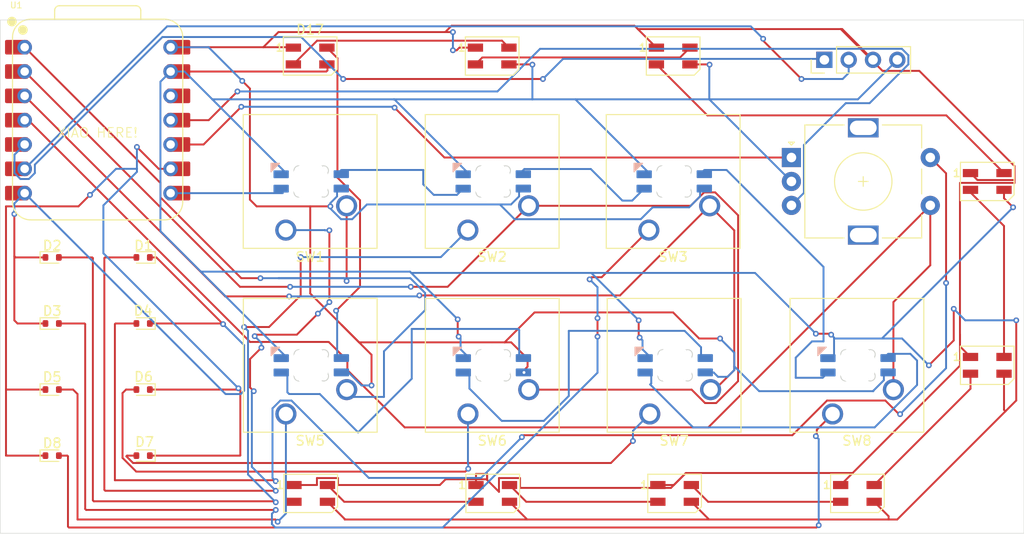
<source format=kicad_pcb>
(kicad_pcb (version 20241229) (generator "pcbnew") (generator_version "9.0")
  (layers (0 "F.Cu" signal) (2 "B.Cu" signal) (13 "F.Paste" user) (15 "B.Paste" user) (5 "F.SilkS" user "F.Silkscreen") (7 "B.SilkS" user "B.Silkscreen") (1 "F.Mask" user) (3 "B.Mask" user) (25 "Edge.Cuts" user))
  (net 0 "")
  (net 1 "Row 1")
  (net 2 "+5V")
  (net 3 "Net-(D1-A)")
  (net 4 "GND")
  (net 5 "Net-(D2-A)")
  (net 6 "Net-(D3-A)")
  (net 7 "Net-(D4-A)")
  (net 8 "Row 2")
  (net 9 "SDA")
  (net 10 "Net-(D5-A)")
  (net 11 "Net-(D6-A)")
  (net 12 "Net-(D7-A)")
  (net 13 "Net-(D8-A)")
  (net 15 "Net-(D20-DOUT)")
  (net 16 "Net-(D10-DIN)")
  (net 17 "Net-(D10-DOUT)")
  (net 18 "Net-(D11-DOUT)")
  (net 19 "Net-(D12-DOUT)")
  (net 20 "Net-(D13-DOUT)")
  (net 21 "Net-(D14-DOUT)")
  (net 22 "Net-(D15-DOUT)")
  (net 23 "Net-(D16-DOUT)")
  (net 24 "Net-(D18-DOUT)")
  (net 25 "Net-(D19-DOUT)")
  (net 26 "SCL")
  (net 27 "Column 1")
  (net 28 "Column 2")
  (net 29 "Column 3")
  (net 30 "Column 4")
  (net 31 "Rotary B")
  (net 32 "Rotary A")
  (net 33 "Net-(D17-DOUT)")
  (net 34 "Net-(D21-DOUT)")
  (net 35 "Net-(D22-DOUT)")
  (net 36 "Net-(D23-DOUT)")
  (net 37 "Net-(D24-DOUT)")
  (footprint "Button_Switch_Keyboard:SW_Cherry_MX_1.00u_PCB" (layer "F.Cu") (at 84.96 94.98 180)
    (property "Reference" "SW5")
    (property "Value" "SW_Push")
  )
  (footprint "LED_SMD:LED_SK6812MINI_PLCC4_3.5x3.5mm_P1.75mm" (layer "F.Cu") (at 106.5 57.6)
    (property "Reference" "D18" (hide yes))
    (property "Value" "WS2812B")
  )
  (footprint "Button_Switch_Keyboard:SW_Cherry_MX_1.00u_PCB" (layer "F.Cu") (at 84.95 75.78 180)
    (property "Reference" "SW1")
    (property "Value" "SW_Push")
  )
  (footprint "LED_SMD:LED_SK6812MINI_PLCC4_3.5x3.5mm_P1.75mm" (layer "F.Cu") (at 106.56 103.275)
    (property "Reference" "D24" (hide yes))
    (property "Value" "WS2812B")
  )
  (footprint "Button_Switch_Keyboard:SW_Cherry_MX_1.00u_PCB" (layer "F.Cu") (at 142.05 94.98 180)
    (property "Reference" "SW8")
    (property "Value" "SW_Push")
  )
  (footprint "Backlight:MX_SK6812MINI-E_REV" (layer "F.Cu") (at 125.6125 89.9)
    (property "Reference" "D14" (hide yes))
    (property "Value" "WS2812B" (hide yes))
    (fp_line (start -1.699999 0.702842) (end -1.699999 -0.702842) (stroke (width 0.1)) (layer "Edge.Cuts"))
    (fp_line (start -0.794452 -1.5) (end 0.794452 -1.5) (stroke (width 0.1)) (layer "Edge.Cuts"))
    (fp_line (start 0.794452 1.499999) (end -0.794453 1.499999) (stroke (width 0.1)) (layer "Edge.Cuts"))
    (fp_line (start 1.699999 -0.702842) (end 1.699999 0.702842) (stroke (width 0.1)) (layer "Edge.Cuts"))
    (fp_arc (start -1.749484 -0.91972) (mid -1.712527 -0.814068) (end -1.699999 -0.702842) (stroke (width 0.1)) (layer "Edge.Cuts"))
    (fp_arc (start -1.749484 -0.919719) (mid -1.638072 -1.504035) (end -1.046711 -1.568299) (stroke (width 0.1)) (layer "Edge.Cuts"))
    (fp_arc (start -1.699999 0.702843) (mid -1.712527 0.814068) (end -1.749484 0.91972) (stroke (width 0.1)) (layer "Edge.Cuts"))
    (fp_arc (start -1.046711 1.568298) (mid -1.63807 1.504034) (end -1.749484 0.91972) (stroke (width 0.1)) (layer "Edge.Cuts"))
    (fp_arc (start -1.046711 1.568298) (mid -0.925123 1.517376) (end -0.794453 1.499999) (stroke (width 0.1)) (layer "Edge.Cuts"))
    (fp_arc (start -0.794452 -1.5) (mid -0.925123 -1.517377) (end -1.046711 -1.568299) (stroke (width 0.1)) (layer "Edge.Cuts"))
    (fp_arc (start 0.794453 1.5) (mid 0.925123 1.517377) (end 1.046711 1.568299) (stroke (width 0.1)) (layer "Edge.Cuts"))
    (fp_arc (start 1.04671 -1.568299) (mid 0.925122 -1.517377) (end 0.794452 -1.5) (stroke (width 0.1)) (layer "Edge.Cuts"))
    (fp_arc (start 1.046711 -1.568297) (mid 1.63807 -1.504035) (end 1.749484 -0.91972) (stroke (width 0.1)) (layer "Edge.Cuts"))
    (fp_arc (start 1.699999 -0.702843) (mid 1.712528 -0.814068) (end 1.749484 -0.91972) (stroke (width 0.1)) (layer "Edge.Cuts"))
    (fp_arc (start 1.749484 0.91972) (mid 1.638072 1.504037) (end 1.046711 1.568299) (stroke (width 0.1)) (layer "Edge.Cuts"))
    (fp_arc (start 1.75 0.92) (mid 1.713043 0.814348) (end 1.700515 0.703123) (stroke (width 0.1)) (layer "Edge.Cuts"))
  )
  (footprint "Button_Switch_Keyboard:SW_Cherry_MX_1.00u_PCB" (layer "F.Cu") (at 122.96 94.98 180)
    (property "Reference" "SW7")
    (property "Value" "SW_Push")
  )
  (footprint "LED_SMD:LED_SK6812MINI_PLCC4_3.5x3.5mm_P1.75mm" (layer "F.Cu") (at 144.64 103.275)
    (property "Reference" "D22" (hide yes))
    (property "Value" "WS2812B")
  )
  (footprint "Diode_SMD:D_SOD-523" (layer "F.Cu") (at 70.05 99.3315 180)
    (property "Reference" "D7" (hide yes))
    (property "Value" "1N4148WT" (hide yes))
  )
  (footprint "LED_SMD:LED_SK6812MINI_PLCC4_3.5x3.5mm_P1.75mm" (layer "F.Cu") (at 125.55 103.275)
    (property "Reference" "D23" (hide yes))
    (property "Value" "WS2812B")
  )
  (footprint "Connector_PinHeader_2.54mm:PinHeader_1x04_P2.54mm_Vertical" (layer "F.Cu") (at 141.19 58 90)
    (property "Reference" "J1" (hide yes))
    (property "Value" "OLED_DISPLAY")
  )
  (footprint "Diode_SMD:D_SOD-523" (layer "F.Cu") (at 60.55 85.5315)
    (property "Reference" "D3")
    (property "Value" "1N4148WT" (hide yes))
  )
  (footprint "LED_SMD:LED_SK6812MINI_PLCC4_3.5x3.5mm_P1.75mm" (layer "F.Cu") (at 87.55 103.275)
    (property "Reference" "D25" (hide yes))
    (property "Value" "WS2812B")
  )
  (footprint "Button_Switch_Keyboard:SW_Cherry_MX_1.00u_PCB" (layer "F.Cu") (at 103.96 75.78 180)
    (property "Reference" "SW2")
    (property "Value" "SW_Push")
  )
  (footprint "Button_Switch_Keyboard:SW_Cherry_MX_1.00u_PCB" (layer "F.Cu") (at 122.86 75.78 180)
    (property "Reference" "SW3")
    (property "Value" "SW_Push")
  )
  (footprint "LED_SMD:LED_SK6812MINI_PLCC4_3.5x3.5mm_P1.75mm" (layer "F.Cu") (at 87.49 57.6)
    (property "Reference" "D17")
    (property "Value" "WS2812B")
  )
  (footprint "Backlight:MX_SK6812MINI-E_REV" (layer "F.Cu") (at 87.6025 70.7)
    (property "Reference" "D10" (hide yes))
    (property "Value" "WS2812B" (hide yes))
    (fp_line (start -1.699999 0.702842) (end -1.699999 -0.702842) (stroke (width 0.1)) (layer "Edge.Cuts"))
    (fp_line (start -0.794452 -1.5) (end 0.794452 -1.5) (stroke (width 0.1)) (layer "Edge.Cuts"))
    (fp_line (start 0.794452 1.499999) (end -0.794453 1.499999) (stroke (width 0.1)) (layer "Edge.Cuts"))
    (fp_line (start 1.699999 -0.702842) (end 1.699999 0.702842) (stroke (width 0.1)) (layer "Edge.Cuts"))
    (fp_arc (start -1.749484 -0.91972) (mid -1.712527 -0.814068) (end -1.699999 -0.702842) (stroke (width 0.1)) (layer "Edge.Cuts"))
    (fp_arc (start -1.749484 -0.919719) (mid -1.638072 -1.504035) (end -1.046711 -1.568299) (stroke (width 0.1)) (layer "Edge.Cuts"))
    (fp_arc (start -1.699999 0.702843) (mid -1.712527 0.814068) (end -1.749484 0.91972) (stroke (width 0.1)) (layer "Edge.Cuts"))
    (fp_arc (start -1.046711 1.568298) (mid -1.63807 1.504034) (end -1.749484 0.91972) (stroke (width 0.1)) (layer "Edge.Cuts"))
    (fp_arc (start -1.046711 1.568298) (mid -0.925123 1.517376) (end -0.794453 1.499999) (stroke (width 0.1)) (layer "Edge.Cuts"))
    (fp_arc (start -0.794452 -1.5) (mid -0.925123 -1.517377) (end -1.046711 -1.568299) (stroke (width 0.1)) (layer "Edge.Cuts"))
    (fp_arc (start 0.794453 1.5) (mid 0.925123 1.517377) (end 1.046711 1.568299) (stroke (width 0.1)) (layer "Edge.Cuts"))
    (fp_arc (start 1.04671 -1.568299) (mid 0.925122 -1.517377) (end 0.794452 -1.5) (stroke (width 0.1)) (layer "Edge.Cuts"))
    (fp_arc (start 1.046711 -1.568297) (mid 1.63807 -1.504035) (end 1.749484 -0.91972) (stroke (width 0.1)) (layer "Edge.Cuts"))
    (fp_arc (start 1.699999 -0.702843) (mid 1.712528 -0.814068) (end 1.749484 -0.91972) (stroke (width 0.1)) (layer "Edge.Cuts"))
    (fp_arc (start 1.749484 0.91972) (mid 1.638072 1.504037) (end 1.046711 1.568299) (stroke (width 0.1)) (layer "Edge.Cuts"))
    (fp_arc (start 1.75 0.92) (mid 1.713043 0.814348) (end 1.700515 0.703123) (stroke (width 0.1)) (layer "Edge.Cuts"))
  )
  (footprint "Button_Switch_Keyboard:SW_Cherry_MX_1.00u_PCB" (layer "F.Cu") (at 103.97 94.98 180)
    (property "Reference" "SW6")
    (property "Value" "SW_Push")
  )
  (footprint "Rotary_Encoder:RotaryEncoder_Alps_EC11E-Switch_Vertical_H20mm" (layer "F.Cu") (at 137.75 68.2)
    (property "Reference" "SW13" (hide yes))
    (property "Value" "RotaryEncoder_Switch")
  )
  (footprint "Diode_SMD:D_SOD-523" (layer "F.Cu") (at 70.05 92.4315 180)
    (property "Reference" "D6")
    (property "Value" "1N4148WT" (hide yes))
  )
  (footprint "Backlight:MX_SK6812MINI-E_REV" (layer "F.Cu") (at 106.6125 70.7)
    (property "Reference" "D11" (hide yes))
    (property "Value" "WS2812B" (hide yes))
    (fp_line (start -1.699999 0.702842) (end -1.699999 -0.702842) (stroke (width 0.1)) (layer "Edge.Cuts"))
    (fp_line (start -0.794452 -1.5) (end 0.794452 -1.5) (stroke (width 0.1)) (layer "Edge.Cuts"))
    (fp_line (start 0.794452 1.499999) (end -0.794453 1.499999) (stroke (width 0.1)) (layer "Edge.Cuts"))
    (fp_line (start 1.699999 -0.702842) (end 1.699999 0.702842) (stroke (width 0.1)) (layer "Edge.Cuts"))
    (fp_arc (start -1.749484 -0.91972) (mid -1.712527 -0.814068) (end -1.699999 -0.702842) (stroke (width 0.1)) (layer "Edge.Cuts"))
    (fp_arc (start -1.749484 -0.919719) (mid -1.638072 -1.504035) (end -1.046711 -1.568299) (stroke (width 0.1)) (layer "Edge.Cuts"))
    (fp_arc (start -1.699999 0.702843) (mid -1.712527 0.814068) (end -1.749484 0.91972) (stroke (width 0.1)) (layer "Edge.Cuts"))
    (fp_arc (start -1.046711 1.568298) (mid -1.63807 1.504034) (end -1.749484 0.91972) (stroke (width 0.1)) (layer "Edge.Cuts"))
    (fp_arc (start -1.046711 1.568298) (mid -0.925123 1.517376) (end -0.794453 1.499999) (stroke (width 0.1)) (layer "Edge.Cuts"))
    (fp_arc (start -0.794452 -1.5) (mid -0.925123 -1.517377) (end -1.046711 -1.568299) (stroke (width 0.1)) (layer "Edge.Cuts"))
    (fp_arc (start 0.794453 1.5) (mid 0.925123 1.517377) (end 1.046711 1.568299) (stroke (width 0.1)) (layer "Edge.Cuts"))
    (fp_arc (start 1.04671 -1.568299) (mid 0.925122 -1.517377) (end 0.794452 -1.5) (stroke (width 0.1)) (layer "Edge.Cuts"))
    (fp_arc (start 1.046711 -1.568297) (mid 1.63807 -1.504035) (end 1.749484 -0.91972) (stroke (width 0.1)) (layer "Edge.Cuts"))
    (fp_arc (start 1.699999 -0.702843) (mid 1.712528 -0.814068) (end 1.749484 -0.91972) (stroke (width 0.1)) (layer "Edge.Cuts"))
    (fp_arc (start 1.749484 0.91972) (mid 1.638072 1.504037) (end 1.046711 1.568299) (stroke (width 0.1)) (layer "Edge.Cuts"))
    (fp_arc (start 1.75 0.92) (mid 1.713043 0.814348) (end 1.700515 0.703123) (stroke (width 0.1)) (layer "Edge.Cuts"))
  )
  (footprint "OPL:XIAO-RP2040-DIP" (layer "F.Cu") (at 65.3 64.3)
    (property "Reference" "U1")
    (property "Value" "XIAO-RP2040-DIP")
  )
  (footprint "Backlight:MX_SK6812MINI-E_REV" (layer "F.Cu") (at 125.5125 70.7)
    (property "Reference" "D12" (hide yes))
    (property "Value" "WS2812B" (hide yes))
    (fp_line (start -1.699999 0.702842) (end -1.699999 -0.702842) (stroke (width 0.1)) (layer "Edge.Cuts"))
    (fp_line (start -0.794452 -1.5) (end 0.794452 -1.5) (stroke (width 0.1)) (layer "Edge.Cuts"))
    (fp_line (start 0.794452 1.499999) (end -0.794453 1.499999) (stroke (width 0.1)) (layer "Edge.Cuts"))
    (fp_line (start 1.699999 -0.702842) (end 1.699999 0.702842) (stroke (width 0.1)) (layer "Edge.Cuts"))
    (fp_arc (start -1.749484 -0.91972) (mid -1.712527 -0.814068) (end -1.699999 -0.702842) (stroke (width 0.1)) (layer "Edge.Cuts"))
    (fp_arc (start -1.749484 -0.919719) (mid -1.638072 -1.504035) (end -1.046711 -1.568299) (stroke (width 0.1)) (layer "Edge.Cuts"))
    (fp_arc (start -1.699999 0.702843) (mid -1.712527 0.814068) (end -1.749484 0.91972) (stroke (width 0.1)) (layer "Edge.Cuts"))
    (fp_arc (start -1.046711 1.568298) (mid -1.63807 1.504034) (end -1.749484 0.91972) (stroke (width 0.1)) (layer "Edge.Cuts"))
    (fp_arc (start -1.046711 1.568298) (mid -0.925123 1.517376) (end -0.794453 1.499999) (stroke (width 0.1)) (layer "Edge.Cuts"))
    (fp_arc (start -0.794452 -1.5) (mid -0.925123 -1.517377) (end -1.046711 -1.568299) (stroke (width 0.1)) (layer "Edge.Cuts"))
    (fp_arc (start 0.794453 1.5) (mid 0.925123 1.517377) (end 1.046711 1.568299) (stroke (width 0.1)) (layer "Edge.Cuts"))
    (fp_arc (start 1.04671 -1.568299) (mid 0.925122 -1.517377) (end 0.794452 -1.5) (stroke (width 0.1)) (layer "Edge.Cuts"))
    (fp_arc (start 1.046711 -1.568297) (mid 1.63807 -1.504035) (end 1.749484 -0.91972) (stroke (width 0.1)) (layer "Edge.Cuts"))
    (fp_arc (start 1.699999 -0.702843) (mid 1.712528 -0.814068) (end 1.749484 -0.91972) (stroke (width 0.1)) (layer "Edge.Cuts"))
    (fp_arc (start 1.749484 0.91972) (mid 1.638072 1.504037) (end 1.046711 1.568299) (stroke (width 0.1)) (layer "Edge.Cuts"))
    (fp_arc (start 1.75 0.92) (mid 1.713043 0.814348) (end 1.700515 0.703123) (stroke (width 0.1)) (layer "Edge.Cuts"))
  )
  (footprint "Backlight:MX_SK6812MINI-E_REV" (layer "F.Cu") (at 144.7025 89.9)
    (property "Reference" "D13" (hide yes))
    (property "Value" "WS2812B" (hide yes))
    (fp_line (start -1.699999 0.702842) (end -1.699999 -0.702842) (stroke (width 0.1)) (layer "Edge.Cuts"))
    (fp_line (start -0.794452 -1.5) (end 0.794452 -1.5) (stroke (width 0.1)) (layer "Edge.Cuts"))
    (fp_line (start 0.794452 1.499999) (end -0.794453 1.499999) (stroke (width 0.1)) (layer "Edge.Cuts"))
    (fp_line (start 1.699999 -0.702842) (end 1.699999 0.702842) (stroke (width 0.1)) (layer "Edge.Cuts"))
    (fp_arc (start -1.749484 -0.91972) (mid -1.712527 -0.814068) (end -1.699999 -0.702842) (stroke (width 0.1)) (layer "Edge.Cuts"))
    (fp_arc (start -1.749484 -0.919719) (mid -1.638072 -1.504035) (end -1.046711 -1.568299) (stroke (width 0.1)) (layer "Edge.Cuts"))
    (fp_arc (start -1.699999 0.702843) (mid -1.712527 0.814068) (end -1.749484 0.91972) (stroke (width 0.1)) (layer "Edge.Cuts"))
    (fp_arc (start -1.046711 1.568298) (mid -1.63807 1.504034) (end -1.749484 0.91972) (stroke (width 0.1)) (layer "Edge.Cuts"))
    (fp_arc (start -1.046711 1.568298) (mid -0.925123 1.517376) (end -0.794453 1.499999) (stroke (width 0.1)) (layer "Edge.Cuts"))
    (fp_arc (start -0.794452 -1.5) (mid -0.925123 -1.517377) (end -1.046711 -1.568299) (stroke (width 0.1)) (layer "Edge.Cuts"))
    (fp_arc (start 0.794453 1.5) (mid 0.925123 1.517377) (end 1.046711 1.568299) (stroke (width 0.1)) (layer "Edge.Cuts"))
    (fp_arc (start 1.04671 -1.568299) (mid 0.925122 -1.517377) (end 0.794452 -1.5) (stroke (width 0.1)) (layer "Edge.Cuts"))
    (fp_arc (start 1.046711 -1.568297) (mid 1.63807 -1.504035) (end 1.749484 -0.91972) (stroke (width 0.1)) (layer "Edge.Cuts"))
    (fp_arc (start 1.699999 -0.702843) (mid 1.712528 -0.814068) (end 1.749484 -0.91972) (stroke (width 0.1)) (layer "Edge.Cuts"))
    (fp_arc (start 1.749484 0.91972) (mid 1.638072 1.504037) (end 1.046711 1.568299) (stroke (width 0.1)) (layer "Edge.Cuts"))
    (fp_arc (start 1.75 0.92) (mid 1.713043 0.814348) (end 1.700515 0.703123) (stroke (width 0.1)) (layer "Edge.Cuts"))
  )
  (footprint "LED_SMD:LED_SK6812MINI_PLCC4_3.5x3.5mm_P1.75mm" (layer "F.Cu") (at 125.4 57.6)
    (property "Reference" "D19" (hide yes))
    (property "Value" "WS2812B")
  )
  (footprint "Backlight:MX_SK6812MINI-E_REV" (layer "F.Cu") (at 106.6225 89.9)
    (property "Reference" "D15" (hide yes))
    (property "Value" "WS2812B" (hide yes))
    (fp_line (start -1.699999 0.702842) (end -1.699999 -0.702842) (stroke (width 0.1)) (layer "Edge.Cuts"))
    (fp_line (start -0.794452 -1.5) (end 0.794452 -1.5) (stroke (width 0.1)) (layer "Edge.Cuts"))
    (fp_line (start 0.794452 1.499999) (end -0.794453 1.499999) (stroke (width 0.1)) (layer "Edge.Cuts"))
    (fp_line (start 1.699999 -0.702842) (end 1.699999 0.702842) (stroke (width 0.1)) (layer "Edge.Cuts"))
    (fp_arc (start -1.749484 -0.91972) (mid -1.712527 -0.814068) (end -1.699999 -0.702842) (stroke (width 0.1)) (layer "Edge.Cuts"))
    (fp_arc (start -1.749484 -0.919719) (mid -1.638072 -1.504035) (end -1.046711 -1.568299) (stroke (width 0.1)) (layer "Edge.Cuts"))
    (fp_arc (start -1.699999 0.702843) (mid -1.712527 0.814068) (end -1.749484 0.91972) (stroke (width 0.1)) (layer "Edge.Cuts"))
    (fp_arc (start -1.046711 1.568298) (mid -1.63807 1.504034) (end -1.749484 0.91972) (stroke (width 0.1)) (layer "Edge.Cuts"))
    (fp_arc (start -1.046711 1.568298) (mid -0.925123 1.517376) (end -0.794453 1.499999) (stroke (width 0.1)) (layer "Edge.Cuts"))
    (fp_arc (start -0.794452 -1.5) (mid -0.925123 -1.517377) (end -1.046711 -1.568299) (stroke (width 0.1)) (layer "Edge.Cuts"))
    (fp_arc (start 0.794453 1.5) (mid 0.925123 1.517377) (end 1.046711 1.568299) (stroke (width 0.1)) (layer "Edge.Cuts"))
    (fp_arc (start 1.04671 -1.568299) (mid 0.925122 -1.517377) (end 0.794452 -1.5) (stroke (width 0.1)) (layer "Edge.Cuts"))
    (fp_arc (start 1.046711 -1.568297) (mid 1.63807 -1.504035) (end 1.749484 -0.91972) (stroke (width 0.1)) (layer "Edge.Cuts"))
    (fp_arc (start 1.699999 -0.702843) (mid 1.712528 -0.814068) (end 1.749484 -0.91972) (stroke (width 0.1)) (layer "Edge.Cuts"))
    (fp_arc (start 1.749484 0.91972) (mid 1.638072 1.504037) (end 1.046711 1.568299) (stroke (width 0.1)) (layer "Edge.Cuts"))
    (fp_arc (start 1.75 0.92) (mid 1.713043 0.814348) (end 1.700515 0.703123) (stroke (width 0.1)) (layer "Edge.Cuts"))
  )
  (footprint "Diode_SMD:D_SOD-523" (layer "F.Cu") (at 60.55 99.3315)
    (property "Reference" "D8")
    (property "Value" "1N4148WT" (hide yes))
  )
  (footprint "Diode_SMD:D_SOD-523" (layer "F.Cu") (at 60.55 78.6315)
    (property "Reference" "D2")
    (property "Value" "1N4148WT" (hide yes))
  )
  (footprint "Diode_SMD:D_SOD-523" (layer "F.Cu") (at 60.55 92.4315)
    (property "Reference" "D5")
    (property "Value" "1N4148WT" (hide yes))
  )
  (footprint "Backlight:MX_SK6812MINI-E_REV" (layer "F.Cu") (at 87.6125 89.9)
    (property "Reference" "D16" (hide yes))
    (property "Value" "WS2812B" (hide yes))
    (fp_line (start -1.699999 0.702842) (end -1.699999 -0.702842) (stroke (width 0.1)) (layer "Edge.Cuts"))
    (fp_line (start -0.794452 -1.5) (end 0.794452 -1.5) (stroke (width 0.1)) (layer "Edge.Cuts"))
    (fp_line (start 0.794452 1.499999) (end -0.794453 1.499999) (stroke (width 0.1)) (layer "Edge.Cuts"))
    (fp_line (start 1.699999 -0.702842) (end 1.699999 0.702842) (stroke (width 0.1)) (layer "Edge.Cuts"))
    (fp_arc (start -1.749484 -0.91972) (mid -1.712527 -0.814068) (end -1.699999 -0.702842) (stroke (width 0.1)) (layer "Edge.Cuts"))
    (fp_arc (start -1.749484 -0.919719) (mid -1.638072 -1.504035) (end -1.046711 -1.568299) (stroke (width 0.1)) (layer "Edge.Cuts"))
    (fp_arc (start -1.699999 0.702843) (mid -1.712527 0.814068) (end -1.749484 0.91972) (stroke (width 0.1)) (layer "Edge.Cuts"))
    (fp_arc (start -1.046711 1.568298) (mid -1.63807 1.504034) (end -1.749484 0.91972) (stroke (width 0.1)) (layer "Edge.Cuts"))
    (fp_arc (start -1.046711 1.568298) (mid -0.925123 1.517376) (end -0.794453 1.499999) (stroke (width 0.1)) (layer "Edge.Cuts"))
    (fp_arc (start -0.794452 -1.5) (mid -0.925123 -1.517377) (end -1.046711 -1.568299) (stroke (width 0.1)) (layer "Edge.Cuts"))
    (fp_arc (start 0.794453 1.5) (mid 0.925123 1.517377) (end 1.046711 1.568299) (stroke (width 0.1)) (layer "Edge.Cuts"))
    (fp_arc (start 1.04671 -1.568299) (mid 0.925122 -1.517377) (end 0.794452 -1.5) (stroke (width 0.1)) (layer "Edge.Cuts"))
    (fp_arc (start 1.046711 -1.568297) (mid 1.63807 -1.504035) (end 1.749484 -0.91972) (stroke (width 0.1)) (layer "Edge.Cuts"))
    (fp_arc (start 1.699999 -0.702843) (mid 1.712528 -0.814068) (end 1.749484 -0.91972) (stroke (width 0.1)) (layer "Edge.Cuts"))
    (fp_arc (start 1.749484 0.91972) (mid 1.638072 1.504037) (end 1.046711 1.568299) (stroke (width 0.1)) (layer "Edge.Cuts"))
    (fp_arc (start 1.75 0.92) (mid 1.713043 0.814348) (end 1.700515 0.703123) (stroke (width 0.1)) (layer "Edge.Cuts"))
  )
  (footprint "Diode_SMD:D_SOD-523" (layer "F.Cu") (at 70.05 78.6315 180)
    (property "Reference" "D1" (hide yes))
    (property "Value" "1N4148WT" (hide yes))
  )
  (footprint "LED_SMD:LED_SK6812MINI_PLCC4_3.5x3.5mm_P1.75mm" (layer "F.Cu") (at 158.2 89.9)
    (property "Reference" "D21" (hide yes))
    (property "Value" "WS2812B")
  )
  (footprint "Diode_SMD:D_SOD-523" (layer "F.Cu") (at 70.05 85.5315 180)
    (property "Reference" "D4")
    (property "Value" "1N4148WT" (hide yes))
  )
  (footprint "LED_SMD:LED_SK6812MINI_PLCC4_3.5x3.5mm_P1.75mm" (layer "F.Cu") (at 158.2 70.7)
    (property "Reference" "D20" (hide yes))
    (property "Value" "WS2812B")
  )
  (gr_rect (start 55.12819 53.836733) (end 162.02819 107.436733) (stroke (width 0.05)) (fill no) (layer "Edge.Cuts"))
  (gr_text "D7\n" (at 70.2 97.9 0) (layer "F.SilkS") (effects (font (size 1 1))))
  (gr_text "XIAO HERE!" (at 61 66.2 0) (layer "F.SilkS") (effects (font (size 1 1) (thickness 0.1)) (justify left bottom)))
  (gr_text "D1" (at 70.1 77.4 0) (layer "F.SilkS") (effects (font (size 1 1))))
  (segment (start 78.3315 85.5315) (end 78.4 85.6) (width 0.2) (layer "F.Cu") (net 1))
  (segment (start 71.4315 78.6315) (end 78.4 85.6) (width 0.2) (layer "F.Cu") (net 1))
  (segment (start 56.9315 85.5315) (end 56.6 85.2) (width 0.2) (layer "F.Cu") (net 1))
  (segment (start 70.75 85.5315) (end 78.3315 85.5315) (width 0.2) (layer "F.Cu") (net 1))
  (segment (start 56.6 85.2) (end 56.6 78.5) (width 0.2) (layer "F.Cu") (net 1))
  (segment (start 56.6 78.5) (end 56.6 74.1) (width 0.2) (layer "F.Cu") (net 1))
  (segment (start 70.75 78.6315) (end 71.4315 78.6315) (width 0.2) (layer "F.Cu") (net 1))
  (segment (start 59.85 85.5315) (end 56.9315 85.5315) (width 0.2) (layer "F.Cu") (net 1))
  (segment (start 56.7315 78.6315) (end 56.6 78.5) (width 0.2) (layer "F.Cu") (net 1))
  (segment (start 59.85 78.6315) (end 56.7315 78.6315) (width 0.2) (layer "F.Cu") (net 1))
  (via (at 78.4 85.6) (size 0.6) (drill 0.3) (layers "F.Cu" "B.Cu") (net 1))
  (via (at 56.6 74.1) (size 0.6) (drill 0.3) (layers "F.Cu" "B.Cu") (net 1))
  (segment (start 80.601 87.801) (end 80.601 92.548943) (width 0.2) (layer "B.Cu") (net 1))
  (segment (start 78.4 85.6) (end 80.601 87.801) (width 0.2) (layer "B.Cu") (net 1))
  (segment (start 80.601 92.548943) (end 80.248943 92.901) (width 0.2) (layer "B.Cu") (net 1))
  (segment (start 78.661 92.901) (end 57.68 71.92) (width 0.2) (layer "B.Cu") (net 1))
  (segment (start 56.6 73) (end 57.68 71.92) (width 0.2) (layer "B.Cu") (net 1))
  (segment (start 80.248943 92.901) (end 78.661 92.901) (width 0.2) (layer "B.Cu") (net 1))
  (segment (start 56.6 74.1) (end 56.6 73) (width 0.2) (layer "B.Cu") (net 1))
  (segment (start 87.5 73.3) (end 89.6 73.3) (width 0.2) (layer "F.Cu") (net 2))
  (segment (start 125.473 102.4) (end 123.8 102.4) (width 0.2) (layer "F.Cu") (net 2))
  (segment (start 104.81 101.2365) (end 104.81 102.4) (width 0.2) (layer "F.Cu") (net 2))
  (segment (start 88.199 102.4) (end 85.8 102.4) (width 0.2) (layer "F.Cu") (net 2))
  (segment (start 107.209 103.109) (end 105.9735 101.8735) (width 0.2) (layer "F.Cu") (net 2))
  (segment (start 157.176 70.551) (end 156.45 69.825) (width 0.2) (layer "F.Cu") (net 2))
  (segment (start 161.051 69.6) (end 161.051 70.551) (width 0.2) (layer "F.Cu") (net 2))
  (segment (start 109.8225 90.413967) (end 110.196968 90.039499) (width 0.2) (layer "F.Cu") (net 2))
  (segment (start 88.199 101.674) (end 88.199 102.4) (width 0.2) (layer "F.Cu") (net 2))
  (segment (start 126.6365 101.2365) (end 125.173 102.7) (width 0.2) (layer "F.Cu") (net 2))
  (segment (start 130.3 87.1) (end 128.117591 87.1) (width 0.2) (layer "F.Cu") (net 2))
  (segment (start 109.411 102.7) (end 109.411 101.674) (width 0.2) (layer "F.Cu") (net 2))
  (segment (start 85.695 56.68) (end 85.74 56.725) (width 0.2) (layer "F.Cu") (net 2))
  (segment (start 161.051 69.099) (end 161.051 69.6) (width 0.2) (layer "F.Cu") (net 2))
  (segment (start 144.145 101.145) (end 126.728 101.145) (width 0.2) (layer "F.Cu") (net 2))
  (segment (start 102.262267 54.437733) (end 121.362733 54.437733) (width 0.2) (layer "F.Cu") (net 2))
  (segment (start 87.5 73.3) (end 87.5 82.4) (width 0.2) (layer "F.Cu") (net 2))
  (segment (start 92.601 87.501) (end 90.8 85.7) (width 0.2) (layer "F.Cu") (net 2))
  (segment (start 155.349 86.7) (end 155.349 87.924) (width 0.2) (layer "F.Cu") (net 2))
  (segment (start 73.755 56.68) (end 82.6 56.68) (width 0.2) (layer "F.Cu") (net 2))
  (segment (start 101.6 55.1) (end 102.262267 54.437733) (width 0.2) (layer "F.Cu") (net 2))
  (segment (start 109.411 101.674) (end 107.209 101.674) (width 0.2) (layer "F.Cu") (net 2))
  (segment (start 161.051 70.849) (end 155.349 70.849) (width 0.2) (layer "F.Cu") (net 2))
  (segment (start 107.8 87.501) (end 92.601 87.501) (width 0.2) (layer "F.Cu") (net 2))
  (segment (start 125.173 102.7) (end 109.411 102.7) (width 0.2) (layer "F.Cu") (net 2))
  (segment (start 90.401 102.4) (end 90.401 101.674) (width 0.2) (layer "F.Cu") (net 2))
  (segment (start 155.349 86.7) (end 155.349 89.941) (width 0.2) (layer "F.Cu") (net 2))
  (segment (start 108.48747 87.501) (end 107.8 87.501) (width 0.2) (layer "F.Cu") (net 2))
  (segment (start 93.9 88.8) (end 93.9 92) (width 0.2) (layer "F.Cu") (net 2))
  (segment (start 105.9735 101.8735) (end 105.9735 101.2365) (width 0.2) (layer "F.Cu") (net 2))
  (segment (start 121.7125 54.7875) (end 142.9 54.7875) (width 0.2) (layer "F.Cu") (net 2))
  (segment (start 121.7125 54.7875) (end 123.65 56.725) (width 0.2) (layer "F.Cu") (net 2))
  (segment (start 101.6 55.1) (end 102.4 55.1) (width 0.2) (layer "F.Cu") (net 2))
  (segment (start 80.4 60.2) (end 81.2 61) (width 0.2) (layer "F.Cu") (net 2))
  (segment (start 105.9735 101.8) (end 101.6365 101.8) (width 0.2) (layer "F.Cu") (net 2))
  (segment (start 126.728 101.145) (end 126.6365 101.2365) (width 0.2) (layer "F.Cu") (net 2))
  (segment (start 105.9735 101.2365) (end 105.9735 101.8) (width 0.2) (layer "F.Cu") (net 2))
  (segment (start 121.362733 54.437733) (end 121.7125 54.7875) (width 0.2) (layer "F.Cu") (net 2))
  (segment (start 151.103 59.151) (end 161.051 69.099) (width 0.2) (layer "F.Cu") (net 2))
  (segment (start 101.0365 102.4) (end 90.401 102.4) (width 0.2) (layer "F.Cu") (net 2))
  (segment (start 81.2 61) (end 81.2 72.6) (width 0.2) (layer "F.Cu") (net 2))
  (segment (start 144.145 101.145) (end 142.89 102.4) (width 0.2) (layer "F.Cu") (net 2))
  (segment (start 102.8 57) (end 103.075 56.725) (width 0.2) (layer "F.Cu") (net 2))
  (segment (start 143.0575 54.7875) (end 146.27 58) (width 0.2) (layer "F.Cu") (net 2))
  (segment (start 155.349 89.941) (end 144.145 101.145) (width 0.2) (layer "F.Cu") (net 2))
  (segment (start 81.9 73.3) (end 87.5 73.3) (width 0.2) (layer "F.Cu") (net 2))
  (segment (start 90.8 85.7) (end 93.9 88.8) (width 0.2) (layer "F.Cu") (net 2))
  (segment (start 109.8225 90.65) (end 109.8225 90.413967) (width 0.2) (layer "F.Cu") (net 2))
  (segment (start 82.6 56.68) (end 85.695 56.68) (width 0.2) (layer "F.Cu") (net 2))
  (segment (start 110.196968 89.210498) (end 108.48747 87.501) (width 0.2) (layer "F.Cu") (net 2))
  (segment (start 142.9 54.7875) (end 147.2635 59.151) (width 0.2) (layer "F.Cu") (net 2))
  (segment (start 101.6365 101.8) (end 101.0365 102.4) (width 0.2) (layer "F.Cu") (net 2))
  (segment (start 110.925265 84.375735) (end 107.8 87.501) (width 0.2) (layer "F.Cu") (net 2))
  (segment (start 147.2635 59.151) (end 151.103 59.151) (width 0.2) (layer "F.Cu") (net 2))
  (segment (start 142.9 54.7875) (end 143.0575 54.7875) (width 0.2) (layer "F.Cu") (net 2))
  (segment (start 90.401 101.674) (end 88.199 101.674) (width 0.2) (layer "F.Cu") (net 2))
  (segment (start 87.5 82.4) (end 90.8 85.7) (width 0.2) (layer "F.Cu") (net 2))
  (segment (start 81.2 72.6) (end 81.9 73.3) (width 0.2) (layer "F.Cu") (net 2))
  (segment (start 102.4 57) (end 102.8 57) (width 0.2) (layer "F.Cu") (net 2))
  (segment (start 84.18 55.1) (end 101.6 55.1) (width 0.2) (layer "F.Cu") (net 2))
  (segment (start 128.117591 87.1) (end 125.393326 84.375735) (width 0.2) (layer "F.Cu") (net 2))
  (segment (start 82.6 56.68) (end 84.18 55.1) (width 0.2) (layer "F.Cu") (net 2))
  (segment (start 155.349 87.924) (end 156.45 89.025) (width 0.2) (layer "F.Cu") (net 2))
  (segment (start 110.196968 90.039499) (end 110.196968 89.210498) (width 0.2) (layer "F.Cu") (net 2))
  (segment (start 161.051 70.551) (end 157.176 70.551) (width 0.2) (layer "F.Cu") (net 2))
  (segment (start 155.349 70.849) (end 155.349 86.7) (width 0.2) (layer "F.Cu") (net 2))
  (segment (start 161.051 69.6) (end 161.051 70.849) (width 0.2) (layer "F.Cu") (net 2))
  (segment (start 103.075 56.725) (end 104.75 56.725) (width 0.2) (layer "F.Cu") (net 2))
  (segment (start 105.9735 101.2365) (end 104.81 101.2365) (width 0.2) (layer "F.Cu") (net 2))
  (segment (start 125.393326 84.375735) (end 110.925265 84.375735) (width 0.2) (layer "F.Cu") (net 2))
  (segment (start 126.6365 101.2365) (end 125.473 102.4) (width 0.2) (layer "F.Cu") (net 2))
  (segment (start 107.209 101.674) (end 107.209 103.109) (width 0.2) (layer "F.Cu") (net 2))
  (via (at 102.4 55.1) (size 0.6) (drill 0.3) (layers "F.Cu" "B.Cu") (net 2))
  (via (at 102.4 57) (size 0.6) (drill 0.3) (layers "F.Cu" "B.Cu") (net 2))
  (via (at 80.4 60.2) (size 0.6) (drill 0.3) (layers "F.Cu" "B.Cu") (net 2))
  (via (at 89.6 73.3) (size 0.6) (drill 0.3) (layers "F.Cu" "B.Cu") (net 2))
  (via (at 130.3 87.1) (size 0.6) (drill 0.3) (layers "F.Cu" "B.Cu") (net 2))
  (via (at 93.9 92) (size 0.6) (drill 0.3) (layers "F.Cu" "B.Cu") (net 2))
  (via (at 109.8225 90.65) (size 0.6) (drill 0.3) (layers "F.Cu" "B.Cu") (net 2))
  (segment (start 147.4025 91.456186) (end 147.4025 90.65) (width 0.2) (layer "B.Cu") (net 2))
  (segment (start 93.9 92) (end 92.851314 92) (width 0.2) (layer "B.Cu") (net 2))
  (segment (start 107.3 73.1) (end 108.841 74.641) (width 0.2) (layer "B.Cu") (net 2))
  (segment (start 108.468686 73.1) (end 109.3125 72.256186) (width 0.2) (layer "B.Cu") (net 2))
  (segment (start 146.3 92.558686) (end 147.4025 91.456186) (width 0.2) (layer "B.Cu") (net 2))
  (segment (start 89.6 73.3) (end 89.6 72.958686) (width 0.2) (layer "B.Cu") (net 2))
  (segment (start 107.3 73.1) (end 108.468686 73.1) (width 0.2) (layer "B.Cu") (net 2))
  (segment (start 127.068686 73.4) (end 128.2125 72.256186) (width 0.2) (layer "B.Cu") (net 2))
  (segment (start 89.6 73.3) (end 89.6 73.521314) (width 0.2) (layer "B.Cu") (net 2))
  (segment (start 89.6 72.958686) (end 90.3025 72.256186) (width 0.2) (layer "B.Cu") (net 2))
  (segment (start 72.92 56.68) (end 76.88 56.68) (width 0.2) (layer "B.Cu") (net 2))
  (segment (start 76.88 56.68) (end 80.4 60.2) (width 0.2) (layer "B.Cu") (net 2))
  (segment (start 130.3 87.1) (end 131.781 88.581) (width 0.2) (layer "B.Cu") (net 2))
  (segment (start 131.781 90.39747) (end 131.07747 91.101) (width 0.2) (layer "B.Cu") (net 2))
  (segment (start 134.381 92.6) (end 146.3 92.6) (width 0.2) (layer "B.Cu") (net 2))
  (segment (start 131.781 90) (end 131.781 90.39747) (width 0.2) (layer "B.Cu") (net 2))
  (segment (start 93.421314 73.1) (end 107.3 73.1) (width 0.2) (layer "B.Cu") (net 2))
  (segment (start 123.258686 73.4) (end 127.068686 73.4) (width 0.2) (layer "B.Cu") (net 2))
  (segment (start 91.501314 90.65) (end 90.3125 90.65) (width 0.2) (layer "B.Cu") (net 2))
  (segment (start 131.07747 91.101) (end 130.08253 91.101) (width 0.2) (layer "B.Cu") (net 2))
  (segment (start 91.880314 74.641) (end 93.421314 73.1) (width 0.2) (layer "B.Cu") (net 2))
  (segment (start 146.3 92.6) (end 146.3 92.558686) (width 0.2) (layer "B.Cu") (net 2))
  (segment (start 128.2125 72.256186) (end 128.2125 71.45) (width 0.2) (layer "B.Cu") (net 2))
  (segment (start 102.4 55.1) (end 102.4 57) (width 0.2) (layer "B.Cu") (net 2))
  (segment (start 109.3125 72.256186) (end 109.3125 71.45) (width 0.2) (layer "B.Cu") (net 2))
  (segment (start 89.6 73.521314) (end 90.719686 74.641) (width 0.2) (layer "B.Cu") (net 2))
  (segment (start 122.017686 74.641) (end 123.258686 73.4) (width 0.2) (layer "B.Cu") (net 2))
  (segment (start 131.781 88.581) (end 131.781 90) (width 0.2) (layer "B.Cu") (net 2))
  (segment (start 90.719686 74.641) (end 91.880314 74.641) (width 0.2) (layer "B.Cu") (net 2))
  (segment (start 108.841 74.641) (end 122.017686 74.641) (width 0.2) (layer "B.Cu") (net 2))
  (segment (start 90.3025 72.256186) (end 90.3025 71.45) (width 0.2) (layer "B.Cu") (net 2))
  (segment (start 129.63153 90.65) (end 128.3125 90.65) (width 0.2) (layer "B.Cu") (net 2))
  (segment (start 92.851314 92) (end 91.501314 90.65) (width 0.2) (layer "B.Cu") (net 2))
  (segment (start 131.781 90) (end 134.381 92.6) (width 0.2) (layer "B.Cu") (net 2))
  (segment (start 130.08253 91.101) (end 129.63153 90.65) (width 0.2) (layer "B.Cu") (net 2))
  (segment (start 81.8 86.7) (end 86.1 86.7) (width 0.2) (layer "F.Cu") (net 3))
  (segment (start 81.219 89.239) (end 82.4 88.058) (width 0.2) (layer "F.Cu") (net 3))
  (segment (start 66.0685 78.6315) (end 66 78.7) (width 0.2) (layer "F.Cu") (net 3))
  (segment (start 66 102.9) (end 66.1 103) (width 0.2) (layer "F.Cu") (net 3))
  (segment (start 86.1 86.7) (end 88.3 84.5) (width 0.2) (layer "F.Cu") (net 3))
  (segment (start 66.1 103) (end 83.9 103) (width 0.2) (layer "F.Cu") (net 3))
  (segment (start 69.35 78.6315) (end 66.0685 78.6315) (width 0.2) (layer "F.Cu") (net 3))
  (segment (start 66 78.7) (end 66 102.9) (width 0.2) (layer "F.Cu") (net 3))
  (segment (start 81.219 92.217) (end 81.219 89.239) (width 0.2) (layer "F.Cu") (net 3))
  (segment (start 89.5 83.3) (end 89.5 75.8) (width 0.2) (layer "F.Cu") (net 3))
  (segment (start 81.602 92.6) (end 81.219 92.217) (width 0.2) (layer "F.Cu") (net 3))
  (via (at 82.4 88.058) (size 0.6) (drill 0.3) (layers "F.Cu" "B.Cu") (net 3))
  (via (at 89.5 83.3) (size 0.6) (drill 0.3) (layers "F.Cu" "B.Cu") (net 3))
  (via (at 81.7 86.858) (size 0.6) (drill 0.3) (layers "F.Cu" "B.Cu") (net 3))
  (via (at 88.3 84.5) (size 0.6) (drill 0.3) (layers "F.Cu" "B.Cu") (net 3))
  (via (at 89.5 75.8) (size 0.6) (drill 0.3) (layers "F.Cu" "B.Cu") (net 3))
  (via (at 83.9 103) (size 0.6) (drill 0.3) (layers "F.Cu" "B.Cu") (net 3))
  (via (at 81.602 92.6) (size 0.6) (drill 0.3) (layers "F.Cu" "B.Cu") (net 3))
  (segment (start 81.403 100.503) (end 81.403 92.61547) (width 0.2) (layer "B.Cu") (net 3))
  (segment (start 83.9 103) (end 81.403 100.503) (width 0.2) (layer "B.Cu") (net 3))
  (segment (start 82.4 87.558) (end 81.7 86.858) (width 0.2) (layer "B.Cu") (net 3))
  (segment (start 88.3 84.5) (end 89.5 83.3) (width 0.2) (layer "B.Cu") (net 3))
  (segment (start 81.403 92.61547) (end 81.58653 92.61547) (width 0.2) (layer "B.Cu") (net 3))
  (segment (start 89.04 75.8) (end 89.02 75.78) (width 0.2) (layer "B.Cu") (net 3))
  (segment (start 89.5 75.8) (end 89.04 75.8) (width 0.2) (layer "B.Cu") (net 3))
  (segment (start 89.02 75.78) (end 84.95 75.78) (width 0.2) (layer "B.Cu") (net 3))
  (segment (start 82.4 88.058) (end 82.4 87.558) (width 0.2) (layer "B.Cu") (net 3))
  (segment (start 81.58653 92.61547) (end 81.602 92.6) (width 0.2) (layer "B.Cu") (net 3))
  (segment (start 73.755 59.22) (end 89.18 59.22) (width 0.2) (layer "F.Cu") (net 4))
  (segment (start 160.9 73.4) (end 159.95 72.45) (width 0.2) (layer "F.Cu") (net 4))
  (segment (start 161.22819 85.2) (end 161.22819 93.57181) (width 0.2) (layer "F.Cu") (net 4))
  (segment (start 91.1 105.95) (end 89.3 104.15) (width 0.2) (layer "F.Cu") (net 4))
  (segment (start 110.16 106) (end 129.15 106) (width 0.2) (layer "F.Cu") (net 4))
  (segment (start 161.22819 93.57181) (end 160.1 94.7) (width 0.2) (layer "F.Cu") (net 4))
  (segment (start 147.9 106) (end 129.15 106) (width 0.2) (layer "F.Cu") (net 4))
  (segment (start 127.3 104.15) (end 129.15 106) (width 0.2) (layer "F.Cu") (net 4))
  (segment (start 89.3 58.535) (end 89.24 58.475) (width 0.2) (layer "F.Cu") (net 4))
  (segment (start 159.95 94.55) (end 160.1 94.7) (width 0.2) (layer "F.Cu") (net 4))
  (segment (start 89.3 59.1) (end 89.3 58.535) (width 0.2) (layer "F.Cu") (net 4))
  (segment (start 147.9 105.66) (end 146.39 104.15) (width 0.2) (layer "F.Cu") (net 4))
  (segment (start 91.1 106) (end 91.1 105.95) (width 0.2) (layer "F.Cu") (net 4))
  (segment (start 160.1 94.7) (end 148.8 106) (width 0.2) (layer "F.Cu") (net 4))
  (segment (start 152.1 89.9) (end 154.7 87.3) (width 0.2) (layer "F.Cu") (net 4))
  (segment (start 108.31 104.15) (end 110.16 106) (width 0.2) (layer "F.Cu") (net 4))
  (segment (start 89.18 59.22) (end 89.3 59.1) (width 0.2) (layer "F.Cu") (net 4))
  (segment (start 129.2 58.5) (end 129.175 58.475) (width 0.2) (layer "F.Cu") (net 4))
  (segment (start 102.9 85.1) (end 102.9 86.8) (width 0.2) (layer "F.Cu") (net 4))
  (segment (start 110.675 58.475) (end 108.25 58.475) (width 0.2) (layer "F.Cu") (net 4))
  (segment (start 147.9 106) (end 147.9 105.66) (width 0.2) (layer "F.Cu") (net 4))
  (segment (start 148.8 106) (end 147.9 106) (width 0.2) (layer "F.Cu") (net 4))
  (segment (start 102.9 86.8) (end 103 86.9) (width 0.2) (layer "F.Cu") (net 4))
  (segment (start 140.3 86.6) (end 141.8 86.6) (width 0.2) (layer "F.Cu") (net 4))
  (segment (start 110.16 106) (end 91.1 106) (width 0.2) (layer "F.Cu") (net 4))
  (segment (start 159.95 72.45) (end 159.95 71.575) (width 0.2) (layer "F.Cu") (net 4))
  (segment (start 159.95 90.775) (end 159.95 94.55) (width 0.2) (layer "F.Cu") (net 4))
  (segment (start 154.7 87.3) (end 154.7 84) (width 0.2) (layer "F.Cu") (net 4))
  (segment (start 121.8 86.9) (end 121.9 87) (width 0.2) (layer "F.Cu") (net 4))
  (segment (start 129.175 58.475) (end 127.15 58.475) (width 0.2) (layer "F.Cu") (net 4))
  (segment (start 141.8 86.6) (end 141.9 86.7) (width 0.2) (layer "F.Cu") (net 4))
  (segment (start 121.8 85.2) (end 121.8 86.9) (width 0.2) (layer "F.Cu") (net 4))
  (segment (start 110.7 58.5) (end 110.675 58.475) (width 0.2) (layer "F.Cu") (net 4))
  (via (at 154.7 84) (size 0.6) (drill 0.3) (layers "F.Cu" "B.Cu") (net 4))
  (via (at 160.9 73.4) (size 0.6) (drill 0.3) (layers "F.Cu" "B.Cu") (net 4))
  (via (at 121.8 85.2) (size 0.6) (drill 0.3) (layers "F.Cu" "B.Cu") (net 4))
  (via (at 102.9 85.1) (size 0.6) (drill 0.3) (layers "F.Cu" "B.Cu") (net 4))
  (via (at 140.3 86.6) (size 0.6) (drill 0.3) (layers "F.Cu" "B.Cu") (net 4))
  (via (at 152.1 89.9) (size 0.6) (drill 0.3) (layers "F.Cu" "B.Cu") (net 4))
  (via (at 129.2 58.5) (size 0.6) (drill 0.3) (layers "F.Cu" "B.Cu") (net 4))
  (via (at 103 86.9) (size 0.6) (drill 0.3) (layers "F.Cu" "B.Cu") (net 4))
  (via (at 110.7 58.5) (size 0.6) (drill 0.3) (layers "F.Cu" "B.Cu") (net 4))
  (via (at 161.22819 85.2) (size 0.6) (drill 0.3) (layers "F.Cu" "B.Cu") (net 4))
  (via (at 121.9 87) (size 0.6) (drill 0.3) (layers "F.Cu" "B.Cu") (net 4))
  (via (at 141.9 86.7) (size 0.6) (drill 0.3) (layers "F.Cu" "B.Cu") (net 4))
  (segment (start 129.17375 62.12375) (end 137.75 70.7) (width 0.2) (layer "B.Cu") (net 4))
  (segment (start 103.2 87.1) (end 103.2 88.2275) (width 0.2) (layer "B.Cu") (net 4))
  (segment (start 110.7 62.12375) (end 110.7 58.5) (width 0.2) (layer "B.Cu") (net 4))
  (segment (start 142.2025 87.0025) (end 142.2025 87.1) (width 0.2) (layer "B.Cu") (net 4))
  (segment (start 96.2 62.12375) (end 96.28625 62.12375) (width 0.2) (layer "B.Cu") (net 4))
  (segment (start 116.85 80.25) (end 121.8 85.2) (width 0.2) (layer "B.Cu") (net 4))
  (segment (start 141.9 86.7) (end 142.2025 87.0025) (width 0.2) (layer "B.Cu") (net 4))
  (segment (start 72.92 59.22) (end 74.3725 59.22) (width 0.2) (layer "B.Cu") (net 4))
  (segment (start 103.2 88.2275) (end 104.1225 89.15) (width 0.2) (layer "B.Cu") (net 4))
  (segment (start 147.2 87.1) (end 160.9 73.4) (width 0.2) (layer "B.Cu") (net 4))
  (segment (start 115.18625 62.12375) (end 129.17375 62.12375) (width 0.2) (layer "B.Cu") (net 4))
  (segment (start 76.08125 80.11875) (end 97.91875 80.11875) (width 0.2) (layer "B.Cu") (net 4))
  (segment (start 147.2 87.1) (end 149.3 87.1) (width 0.2) (layer "B.Cu") (net 4))
  (segment (start 121.9 87) (end 122.2 87.3) (width 0.2) (layer "B.Cu") (net 4))
  (segment (start 77.27625 62.12375) (end 96.2 62.12375) (width 0.2) (layer "B.Cu") (net 4))
  (segment (start 129.17375 62.12375) (end 129.17375 58.52625) (width 0.2) (layer "B.Cu") (net 4))
  (segment (start 71.857 75.8945) (end 76.08125 80.11875) (width 0.2) (layer "B.Cu") (net 4))
  (segment (start 72.92 59.22) (end 71.857 60.283) (width 0.2) (layer "B.Cu") (net 4))
  (segment (start 129.17375 58.52625) (end 129.2 58.5) (width 0.2) (layer "B.Cu") (net 4))
  (segment (start 122.2 88.2375) (end 123.1125 89.15) (width 0.2) (layer "B.Cu") (net 4))
  (segment (start 154.7 84) (end 155.9 85.2) (width 0.2) (layer "B.Cu") (net 4))
  (segment (start 142.2025 87.1) (end 142.2025 89.15) (width 0.2) (layer "B.Cu") (net 4))
  (segment (start 103 86.9) (end 103.2 87.1) (width 0.2) (layer "B.Cu") (net 4))
  (segment (start 129.17375 62.12375) (end 144.68625 62.12375) (width 0.2) (layer "B.Cu") (net 4))
  (segment (start 71.857 60.283) (end 71.857 75.8945) (width 0.2) (layer "B.Cu") (net 4))
  (segment (start 122.2 87.3) (end 122.2 88.2375) (width 0.2) (layer "B.Cu") (net 4))
  (segment (start 74.3725 59.22) (end 77.27625 62.12375) (width 0.2) (layer "B.Cu") (net 4))
  (segment (start 96.2 62.12375) (end 110.7 62.12375) (width 0.2) (layer "B.Cu") (net 4))
  (segment (start 133.95 80.25) (end 140.3 86.6) (width 0.2) (layer "B.Cu") (net 4))
  (segment (start 77.27625 62.12375) (end 85.1025 69.95) (width 0.2) (layer "B.Cu") (net 4))
  (segment (start 142.2025 87.1) (end 147.2 87.1) (width 0.2) (layer "B.Cu") (net 4))
  (segment (start 110.7 62.12375) (end 115.18625 62.12375) (width 0.2) (layer "B.Cu") (net 4))
  (segment (start 149.3 87.1) (end 152.1 89.9) (width 0.2) (layer "B.Cu") (net 4))
  (segment (start 97.91875 80.11875) (end 98.05 80.25) (width 0.2) (layer "B.Cu") (net 4))
  (segment (start 155.9 85.2) (end 161.22819 85.2) (width 0.2) (layer "B.Cu") (net 4))
  (segment (start 98.05 80.25) (end 102.9 85.1) (width 0.2) (layer "B.Cu") (net 4))
  (segment (start 98.05 80.25) (end 116.85 80.25) (width 0.2) (layer "B.Cu") (net 4))
  (segment (start 76.08125 80.11875) (end 85.1125 89.15) (width 0.2) (layer "B.Cu") (net 4))
  (segment (start 115.18625 62.12375) (end 123.0125 69.95) (width 0.2) (layer "B.Cu") (net 4))
  (segment (start 96.28625 62.12375) (end 104.1125 69.95) (width 0.2) (layer "B.Cu") (net 4))
  (segment (start 116.85 80.25) (end 133.95 80.25) (width 0.2) (layer "B.Cu") (net 4))
  (segment (start 144.68625 62.12375) (end 148.81 58) (width 0.2) (layer "B.Cu") (net 4))
  (segment (start 64.9 104.1) (end 83.8 104.1) (width 0.2) (layer "F.Cu") (net 5))
  (segment (start 83.8 104.1) (end 83.9 104.2) (width 0.2) (layer "F.Cu") (net 5))
  (segment (start 86.5 82.6) (end 86.5 78.6) (width 0.2) (layer "F.Cu") (net 5))
  (segment (start 80.6 85.9) (end 83.2 85.9) (width 0.2) (layer "F.Cu") (net 5))
  (segment (start 64.7315 78.6315) (end 64.8 78.7) (width 0.2) (layer "F.Cu") (net 5))
  (segment (start 64.8 104) (end 64.9 104.1) (width 0.2) (layer "F.Cu") (net 5))
  (segment (start 83.2 85.9) (end 86.5 82.6) (width 0.2) (layer "F.Cu") (net 5))
  (segment (start 64.8 78.7) (end 64.8 104) (width 0.2) (layer "F.Cu") (net 5))
  (segment (start 61.25 78.6315) (end 64.7315 78.6315) (width 0.2) (layer "F.Cu") (net 5))
  (via (at 86.5 78.6) (size 0.6) (drill 0.3) (layers "F.Cu" "B.Cu") (net 5))
  (via (at 83.9 104.2) (size 0.6) (drill 0.3) (layers "F.Cu" "B.Cu") (net 5))
  (via (at 80.6 85.9) (size 0.6) (drill 0.3) (layers "F.Cu" "B.Cu") (net 5))
  (segment (start 86.5 78.6) (end 101.14 78.6) (width 0.2) (layer "B.Cu") (net 5))
  (segment (start 101.14 78.6) (end 103.96 75.78) (width 0.2) (layer "B.Cu") (net 5))
  (segment (start 83.9 104.2) (end 81.002 101.302) (width 0.2) (layer "B.Cu") (net 5))
  (segment (start 81.002 101.302) (end 81.002 86.302) (width 0.2) (layer "B.Cu") (net 5))
  (segment (start 81.002 86.302) (end 80.6 85.9) (width 0.2) (layer "B.Cu") (net 5))
  (segment (start 64 104.9) (end 64.1 105) (width 0.2) (layer "F.Cu") (net 6))
  (segment (start 116.9 80.7) (end 117.94 80.7) (width 0.2) (layer "F.Cu") (net 6))
  (segment (start 117.5 86.9) (end 117.5 84.975735) (width 0.2) (layer "F.Cu") (net 6))
  (segment (start 64 85.6) (end 64 104.9) (width 0.2) (layer "F.Cu") (net 6))
  (segment (start 61.25 85.5315) (end 63.9315 85.5315) (width 0.2) (layer "F.Cu") (net 6))
  (segment (start 117.94 80.7) (end 122.86 75.78) (width 0.2) (layer "F.Cu") (net 6))
  (segment (start 116.675735 80.924265) (end 116.9 80.7) (width 0.2) (layer "F.Cu") (net 6))
  (segment (start 63.9315 85.5315) (end 64 85.6) (width 0.2) (layer "F.Cu") (net 6))
  (segment (start 64.1 105) (end 83.9 105) (width 0.2) (layer "F.Cu") (net 6))
  (via (at 116.675735 80.924265) (size 0.6) (drill 0.3) (layers "F.Cu" "B.Cu") (net 6))
  (via (at 83.9 105) (size 0.6) (drill 0.3) (layers "F.Cu" "B.Cu") (net 6))
  (via (at 117.5 86.9) (size 0.6) (drill 0.3) (layers "F.Cu" "B.Cu") (net 6))
  (via (at 117.5 84.975735) (size 0.6) (drill 0.3) (layers "F.Cu" "B.Cu") (net 6))
  (segment (start 83.499 105.401) (end 83.499 106.484676) (width 0.2) (layer "B.Cu") (net 6))
  (segment (start 101.330367 106.836733) (end 117.5 90.6671) (width 0.2) (layer "B.Cu") (net 6))
  (segment (start 83.499 106.484676) (end 83.851057 106.836733) (width 0.2) (layer "B.Cu") (net 6))
  (segment (start 117.5 81.74853) (end 116.675735 80.924265) (width 0.2) (layer "B.Cu") (net 6))
  (segment (start 83.851057 106.836733) (end 101.330367 106.836733) (width 0.2) (layer "B.Cu") (net 6))
  (segment (start 117.5 90.6671) (end 117.5 86.9) (width 0.2) (layer "B.Cu") (net 6))
  (segment (start 117.5 84.975735) (end 117.5 81.74853) (width 0.2) (layer "B.Cu") (net 6))
  (segment (start 83.9 105) (end 83.499 105.401) (width 0.2) (layer "B.Cu") (net 6))
  (segment (start 67.1 85.6) (end 67.1 101.9) (width 0.2) (layer "F.Cu") (net 7))
  (segment (start 153.9 69.85) (end 152.25 68.2) (width 0.2) (layer "F.Cu") (net 7))
  (segment (start 147.557686 93.579) (end 148.978686 95) (width 0.2) (layer "F.Cu") (net 7))
  (segment (start 137.849686 97.199) (end 141.469686 93.579) (width 0.2) (layer "F.Cu") (net 7))
  (segment (start 67.1685 85.5315) (end 67.1 85.6) (width 0.2) (layer "F.Cu") (net 7))
  (segment (start 153.9 81.3) (end 153.9 69.85) (width 0.2) (layer "F.Cu") (net 7))
  (segment (start 109.6 97.4) (end 109.801 97.199) (width 0.2) (layer "F.Cu") (net 7))
  (segment (start 148.978686 95) (end 149.1 95) (width 0.2) (layer "F.Cu") (net 7))
  (segment (start 141.469686 93.579) (end 147.557686 93.579) (width 0.2) (layer "F.Cu") (net 7))
  (segment (start 69.35 85.5315) (end 67.1685 85.5315) (width 0.2) (layer "F.Cu") (net 7))
  (segment (start 67.1 101.9) (end 83.8 101.9) (width 0.2) (layer "F.Cu") (net 7))
  (segment (start 109.801 97.199) (end 137.849686 97.199) (width 0.2) (layer "F.Cu") (net 7))
  (segment (start 83.8 101.9) (end 83.9 102) (width 0.2) (layer "F.Cu") (net 7))
  (via (at 153.9 81.3) (size 0.6) (drill 0.3) (layers "F.Cu" "B.Cu") (net 7))
  (via (at 109.6 97.4) (size 0.6) (drill 0.3) (layers "F.Cu" "B.Cu") (net 7))
  (via (at 83.9 102) (size 0.6) (drill 0.3) (layers "F.Cu" "B.Cu") (net 7))
  (via (at 149.1 95) (size 0.6) (drill 0.3) (layers "F.Cu" "B.Cu") (net 7))
  (segment (start 85.540314 93.579) (end 93.620314 101.659) (width 0.2) (layer "B.Cu") (net 7))
  (segment (start 83.559 94.399686) (end 84.379686 93.579) (width 0.2) (layer "B.Cu") (net 7))
  (segment (start 149.1 95) (end 153.9 90.2) (width 0.2) (layer "B.Cu") (net 7))
  (segment (start 93.620314 101.659) (end 105.341 101.659) (width 0.2) (layer "B.Cu") (net 7))
  (segment (start 83.9 102) (end 83.559 101.659) (width 0.2) (layer "B.Cu") (net 7))
  (segment (start 83.559 101.659) (end 83.559 94.399686) (width 0.2) (layer "B.Cu") (net 7))
  (segment (start 153.9 90.2) (end 153.9 81.3) (width 0.2) (layer "B.Cu") (net 7))
  (segment (start 105.341 101.659) (end 109.6 97.4) (width 0.2) (layer "B.Cu") (net 7))
  (segment (start 84.379686 93.579) (end 85.540314 93.579) (width 0.2) (layer "B.Cu") (net 7))
  (segment (start 55.72919 92.4) (end 55.72919 73.3) (width 0.2) (layer "F.Cu") (net 8))
  (segment (start 79.8685 92.4315) (end 80 92.3) (width 0.2) (layer "F.Cu") (net 8))
  (segment (start 80.2 92.5) (end 80 92.3) (width 0.2) (layer "F.Cu") (net 8))
  (segment (start 59.85 92.4315) (end 55.76069 92.4315) (width 0.2) (layer "F.Cu") (net 8))
  (segment (start 55.86619 99.32919) (end 55.8685 99.3315) (width 0.2) (layer "F.Cu") (net 8))
  (segment (start 73.755 69.38) (end 71.68 69.38) (width 0.2) (layer "F.Cu") (net 8))
  (segment (start 55.72919 99.32919) (end 55.86619 99.32919) (width 0.2) (layer "F.Cu") (net 8))
  (segment (start 71.68 69.38) (end 69.4 67.1) (width 0.2) (layer "F.Cu") (net 8))
  (segment (start 55.76069 92.4315) (end 55.72919 92.4) (width 0.2) (layer "F.Cu") (net 8))
  (segment (start 80.2 99.3) (end 80.2 92.5) (width 0.2) (layer "F.Cu") (net 8))
  (segment (start 70.75 92.4315) (end 79.8685 92.4315) (width 0.2) (layer "F.Cu") (net 8))
  (segment (start 55.72919 99.32919) (end 55.72919 92.4) (width 0.2) (layer "F.Cu") (net 8))
  (segment (start 80.1685 99.3315) (end 80.2 99.3) (width 0.2) (layer "F.Cu") (net 8))
  (segment (start 55.72919 73.3) (end 63.3 73.3) (width 0.2) (layer "F.Cu") (net 8))
  (segment (start 59.85 99.3315) (end 55.8685 99.3315) (width 0.2) (layer "F.Cu") (net 8))
  (segment (start 70.75 99.3315) (end 80.1685 99.3315) (width 0.2) (layer "F.Cu") (net 8))
  (segment (start 63.3 73.3) (end 64.5 72.1) (width 0.2) (layer "F.Cu") (net 8))
  (via (at 64.5 72.1) (size 0.6) (drill 0.3) (layers "F.Cu" "B.Cu") (net 8))
  (via (at 80 92.3) (size 0.6) (drill 0.3) (layers "F.Cu" "B.Cu") (net 8))
  (via (at 69.4 67.1) (size 0.6) (drill 0.3) (layers "F.Cu" "B.Cu") (net 8))
  (segment (start 64.5 72.1) (end 67.22 69.38) (width 0.2) (layer "B.Cu") (net 8))
  (segment (start 80 92.3) (end 65.9 78.2) (width 0.2) (layer "B.Cu") (net 8))
  (segment (start 65.9 78.2) (end 65.9 73.2) (width 0.2) (layer "B.Cu") (net 8))
  (segment (start 67.22 69.38) (end 69.4 69.38) (width 0.2) (layer "B.Cu") (net 8))
  (segment (start 65.9 73.2) (end 69.4 69.7) (width 0.2) (layer "B.Cu") (net 8))
  (segment (start 69.4 67.1) (end 69.4 69.38) (width 0.2) (layer "B.Cu") (net 8))
  (segment (start 69.4 69.7) (end 69.4 69.38) (width 0.2) (layer "B.Cu") (net 8))
  (segment (start 111.8 60) (end 90.941 60) (width 0.2) (layer "F.Cu") (net 9))
  (via (at 111.8 60) (size 0.6) (drill 0.3) (layers "F.Cu" "B.Cu") (net 9))
  (via (at 90.941 60) (size 0.6) (drill 0.3) (layers "F.Cu" "B.Cu") (net 9))
  (segment (start 113.901 57.899) (end 111.8 60) (width 0.2) (layer "B.Cu") (net 9))
  (segment (start 57.23969 70.443) (end 56.617 69.82031) (width 0.2) (layer "B.Cu") (net 9))
  (segment (start 58.12031 70.443) (end 57.23969 70.443) (width 0.2) (layer "B.Cu") (net 9))
  (segment (start 72.06569 55.617) (end 58.743 68.93969) (width 0.2) (layer "B.Cu") (net 9))
  (segment (start 141.089 57.899) (end 113.901 57.899) (width 0.2) (layer "B.Cu") (net 9))
  (segment (start 141.19 58) (end 141.089 57.899) (width 0.2) (layer "B.Cu") (net 9))
  (segment (start 56.617 69.82031) (end 56.617 67.903) (width 0.2) (layer "B.Cu") (net 9))
  (segment (start 90.941 60) (end 86.558 55.617) (width 0.2) (layer "B.Cu") (net 9))
  (segment (start 86.558 55.617) (end 72.06569 55.617) (width 0.2) (layer "B.Cu") (net 9))
  (segment (start 56.617 67.903) (end 57.68 66.84) (width 0.2) (layer "B.Cu") (net 9))
  (segment (start 58.743 68.93969) (end 58.743 69.82031) (width 0.2) (layer "B.Cu") (net 9))
  (segment (start 58.743 69.82031) (end 58.12031 70.443) (width 0.2) (layer "B.Cu") (net 9))
  (segment (start 62.7315 92.4315) (end 63.2 92.9) (width 0.2) (layer "F.Cu") (net 10))
  (segment (start 63.2 106) (end 83.864267 106) (width 0.2) (layer "F.Cu") (net 10))
  (segment (start 61.25 92.4315) (end 62.7315 92.4315) (width 0.2) (layer "F.Cu") (net 10))
  (segment (start 83.864267 106) (end 84.1 106.235733) (width 0.2) (layer "F.Cu") (net 10))
  (segment (start 63.2 92.9) (end 63.2 106) (width 0.2) (layer "F.Cu") (net 10))
  (via (at 84.1 106.235733) (size 0.6) (drill 0.3) (layers "F.Cu" "B.Cu") (net 10))
  (segment (start 84.1 106.235733) (end 84.96 105.375733) (width 0.2) (layer "B.Cu") (net 10))
  (segment (start 84.96 105.375733) (end 84.96 94.98) (width 0.2) (layer "B.Cu") (net 10))
  (segment (start 68.2685 92.4315) (end 67.899 92.801) (width 0.2) (layer "F.Cu") (net 11))
  (segment (start 67.899 92.801) (end 67.899 99.5661) (width 0.2) (layer "F.Cu") (net 11))
  (segment (start 67.899 99.5661) (end 69.3329 101) (width 0.2) (layer "F.Cu") (net 11))
  (segment (start 103.7 101) (end 104 100.7) (width 0.2) (layer "F.Cu") (net 11))
  (segment (start 69.3329 101) (end 103.7 101) (width 0.2) (layer "F.Cu") (net 11))
  (segment (start 69.35 92.4315) (end 68.2685 92.4315) (width 0.2) (layer "F.Cu") (net 11))
  (via (at 104 100.7) (size 0.6) (drill 0.3) (layers "F.Cu" "B.Cu") (net 11))
  (segment (start 103.97 100.17) (end 103.97 94.98) (width 0.2) (layer "B.Cu") (net 11))
  (segment (start 104 100.7) (end 104 100.2) (width 0.2) (layer "B.Cu") (net 11))
  (segment (start 104 100.2) (end 103.97 100.17) (width 0.2) (layer "B.Cu") (net 11))
  (segment (start 118.9 100.1) (end 121.2 97.8) (width 0.2) (layer "F.Cu") (net 12))
  (segment (start 68.3685 99.3315) (end 68.3 99.4) (width 0.2) (layer "F.Cu") (net 12))
  (segment (start 68.3 99.4) (end 69 100.1) (width 0.2) (layer "F.Cu") (net 12))
  (segment (start 69.35 99.3315) (end 68.3685 99.3315) (width 0.2) (layer "F.Cu") (net 12))
  (segment (start 69 100.1) (end 118.9 100.1) (width 0.2) (layer "F.Cu") (net 12))
  (via (at 121.2 97.8) (size 0.6) (drill 0.3) (layers "F.Cu" "B.Cu") (net 12))
  (segment (start 121.2 97.8) (end 121.2 96.74) (width 0.2) (layer "B.Cu") (net 12))
  (segment (start 121.2 96.74) (end 122.96 94.98) (width 0.2) (layer "B.Cu") (net 12))
  (segment (start 62.2 106.735733) (end 62.3 106.835733) (width 0.2) (layer "F.Cu") (net 13))
  (segment (start 62.3 106.835733) (end 140.364267 106.835733) (width 0.2) (layer "F.Cu") (net 13))
  (segment (start 61.25 99.3315) (end 62.1315 99.3315) (width 0.2) (layer "F.Cu") (net 13))
  (segment (start 62.2 99.4) (end 62.2 106.735733) (width 0.2) (layer "F.Cu") (net 13))
  (segment (start 62.1315 99.3315) (end 62.2 99.4) (width 0.2) (layer "F.Cu") (net 13))
  (segment (start 140.4 97.2) (end 140.4 96.63) (width 0.2) (layer "F.Cu") (net 13))
  (segment (start 140.3 97.3) (end 140.4 97.2) (width 0.2) (layer "F.Cu") (net 13))
  (segment (start 140.364267 106.835733) (end 140.6 106.6) (width 0.2) (layer "F.Cu") (net 13))
  (segment (start 140.4 96.63) (end 142.05 94.98) (width 0.2) (layer "F.Cu") (net 13))
  (via (at 140.3 97.3) (size 0.6) (drill 0.3) (layers "F.Cu" "B.Cu") (net 13))
  (via (at 140.6 106.6) (size 0.6) (drill 0.3) (layers "F.Cu" "B.Cu") (net 13))
  (segment (start 140.6 97.6) (end 140.3 97.3) (width 0.2) (layer "B.Cu") (net 13))
  (segment (start 140.6 106.6) (end 140.6 97.6) (width 0.2) (layer "B.Cu") (net 13))
  (segment (start 156.175 71.575) (end 159.95 75.35) (width 0.2) (layer "F.Cu") (net 15))
  (segment (start 159.95 75.35) (end 159.95 89.025) (width 0.2) (layer "F.Cu") (net 15))
  (segment (start 156.45 71.575) (end 156.175 71.575) (width 0.2) (layer "F.Cu") (net 15))
  (segment (start 72.92 71.92) (end 84.6325 71.92) (width 0.2) (layer "B.Cu") (net 16))
  (segment (start 90.7535 69.499) (end 99.299 69.499) (width 0.2) (layer "B.Cu") (net 17))
  (segment (start 90.3025 69.95) (end 90.7535 69.499) (width 0.2) (layer "B.Cu") (net 17))
  (segment (start 100.4 72.1) (end 102.8225 72.1) (width 0.2) (layer "B.Cu") (net 17))
  (segment (start 99.299 69.499) (end 99.3 69.5) (width 0.2) (layer "B.Cu") (net 17))
  (segment (start 102.8225 72.1) (end 103.4725 71.45) (width 0.2) (layer "B.Cu") (net 17))
  (segment (start 99.3 69.5) (end 99.3 71) (width 0.2) (layer "B.Cu") (net 17))
  (segment (start 99.3 71) (end 100.4 72.1) (width 0.2) (layer "B.Cu") (net 17))
  (segment (start 109.3125 69.95) (end 109.8625 69.4) (width 0.2) (layer "B.Cu") (net 18))
  (segment (start 121.1225 72.7) (end 122.3725 71.45) (width 0.2) (layer "B.Cu") (net 18))
  (segment (start 116.8 69.4) (end 120.1 72.7) (width 0.2) (layer "B.Cu") (net 18))
  (segment (start 109.8625 69.4) (end 116.8 69.4) (width 0.2) (layer "B.Cu") (net 18))
  (segment (start 120.1 72.7) (end 121.1225 72.7) (width 0.2) (layer "B.Cu") (net 18))
  (segment (start 138.2 89.1) (end 138.2 91.2) (width 0.2) (layer "B.Cu") (net 19))
  (segment (start 130.97747 69.499) (end 141.1015 79.62303) (width 0.2) (layer "B.Cu") (net 19))
  (segment (start 128.6635 69.499) (end 130.97747 69.499) (width 0.2) (layer "B.Cu") (net 19))
  (segment (start 141.1015 79.62303) (end 141.1015 87.4) (width 0.2) (layer "B.Cu") (net 19))
  (segment (start 139.9 87.4) (end 138.2 89.1) (width 0.2) (layer "B.Cu") (net 19))
  (segment (start 128.2125 69.95) (end 128.6635 69.499) (width 0.2) (layer "B.Cu") (net 19))
  (segment (start 141.1015 87.4) (end 139.9 87.4) (width 0.2) (layer "B.Cu") (net 19))
  (segment (start 138.2 91.2) (end 141.0125 91.2) (width 0.2) (layer "B.Cu") (net 19))
  (segment (start 141.0125 91.2) (end 141.5625 90.65) (width 0.2) (layer "B.Cu") (net 19))
  (segment (start 150.16747 88.699) (end 150.871 89.40253) (width 0.2) (layer "B.Cu") (net 20))
  (segment (start 147.8535 88.699) (end 150.16747 88.699) (width 0.2) (layer "B.Cu") (net 20))
  (segment (start 123 91.9) (end 123.1125 91.7875) (width 0.2) (layer "B.Cu") (net 20))
  (segment (start 150.871 89.40253) (end 150.871 91.950314) (width 0.2) (layer "B.Cu") (net 20))
  (segment (start 150.871 91.950314) (end 146.440314 96.381) (width 0.2) (layer "B.Cu") (net 20))
  (segment (start 123.1125 91.7875) (end 123.1125 90.65) (width 0.2) (layer "B.Cu") (net 20))
  (segment (start 146.440314 96.381) (end 127.481 96.381) (width 0.2) (layer "B.Cu") (net 20))
  (segment (start 127.481 96.381) (end 123 91.9) (width 0.2) (layer "B.Cu") (net 20))
  (segment (start 147.4025 89.15) (end 147.8535 88.699) (width 0.2) (layer "B.Cu") (net 20))
  (segment (start 126.6 86.3) (end 114.5 86.3) (width 0.2) (layer "B.Cu") (net 21))
  (segment (start 104.1225 92.3225) (end 104.1225 90.65) (width 0.2) (layer "B.Cu") (net 21))
  (segment (start 107.5 95.7) (end 104.1225 92.3225) (width 0.2) (layer "B.Cu") (net 21))
  (segment (start 114.5 86.3) (end 114.5 93.1) (width 0.2) (layer "B.Cu") (net 21))
  (segment (start 111.9 95.7) (end 107.5 95.7) (width 0.2) (layer "B.Cu") (net 21))
  (segment (start 128.3125 89.15) (end 128.3125 88.0125) (width 0.2) (layer "B.Cu") (net 21))
  (segment (start 128.3125 88.0125) (end 126.6 86.3) (width 0.2) (layer "B.Cu") (net 21))
  (segment (start 114.5 93.1) (end 111.9 95.7) (width 0.2) (layer "B.Cu") (net 21))
  (segment (start 98.1 91.3) (end 92.5 96.9) (width 0.2) (layer "B.Cu") (net 22))
  (segment (start 88.5 92.9) (end 85.3 92.9) (width 0.2) (layer "B.Cu") (net 22))
  (segment (start 109.3225 89.15) (end 109.3225 86.2225) (width 0.2) (layer "B.Cu") (net 22))
  (segment (start 85.1125 92.7125) (end 85.1125 90.65) (width 0.2) (layer "B.Cu") (net 22))
  (segment (start 109.2 86.1) (end 98.1 86.1) (width 0.2) (layer "B.Cu") (net 22))
  (segment (start 109.3225 86.2225) (end 109.2 86.1) (width 0.2) (layer "B.Cu") (net 22))
  (segment (start 85.3 92.9) (end 85.1125 92.7125) (width 0.2) (layer "B.Cu") (net 22))
  (segment (start 98.1 86.1) (end 98.1 91.3) (width 0.2) (layer "B.Cu") (net 22))
  (segment (start 92.5 96.9) (end 88.5 92.9) (width 0.2) (layer "B.Cu") (net 22))
  (segment (start 90.341 70.299686) (end 90.341 57.826) (width 0.2) (layer "F.Cu") (net 23))
  (segment (start 92.701 72.659686) (end 90.341 70.299686) (width 0.2) (layer "F.Cu") (net 23))
  (segment (start 90.341 57.826) (end 89.24 56.725) (width 0.2) (layer "F.Cu") (net 23))
  (segment (start 92.701 81.699) (end 92.701 72.659686) (width 0.2) (layer "F.Cu") (net 23))
  (segment (start 90.2 84.2) (end 92.701 81.699) (width 0.2) (layer "F.Cu") (net 23))
  (via (at 90.2 84.2) (size 0.6) (drill 0.3) (layers "F.Cu" "B.Cu") (net 23))
  (segment (start 90.3125 84.3125) (end 90.2 84.2) (width 0.2) (layer "B.Cu") (net 23))
  (segment (start 90.3125 89.15) (end 90.3125 84.3125) (width 0.2) (layer "B.Cu") (net 23))
  (segment (start 104.75 58.475) (end 105.476 57.749) (width 0.2) (layer "F.Cu") (net 24))
  (segment (start 126.126 57.749) (end 127.15 56.725) (width 0.2) (layer "F.Cu") (net 24))
  (segment (start 105.476 57.749) (end 126.126 57.749) (width 0.2) (layer "F.Cu") (net 24))
  (segment (start 128.974 63.799) (end 153.924 63.799) (width 0.2) (layer "F.Cu") (net 25))
  (segment (start 123.65 58.475) (end 128.974 63.799) (width 0.2) (layer "F.Cu") (net 25))
  (segment (start 153.924 63.799) (end 159.95 69.825) (width 0.2) (layer "F.Cu") (net 25))
  (segment (start 134.8 55.8) (end 134.8 56) (width 0.2) (layer "F.Cu") (net 26))
  (segment (start 134.8 56) (end 138.8 60) (width 0.2) (layer "F.Cu") (net 26))
  (via (at 138.8 60) (size 0.6) (drill 0.3) (layers "F.Cu" "B.Cu") (net 26))
  (via (at 134.8 55.8) (size 0.6) (drill 0.3) (layers "F.Cu" "B.Cu") (net 26))
  (segment (start 143.1 60) (end 143.73 59.37) (width 0.2) (layer "B.Cu") (net 26))
  (segment (start 143.73 59.37) (end 143.73 58) (width 0.2) (layer "B.Cu") (net 26))
  (segment (start 72.561 54.499) (end 133.499 54.499) (width 0.2) (layer "B.Cu") (net 26))
  (segment (start 133.499 54.499) (end 134.8 55.8) (width 0.2) (layer "B.Cu") (net 26))
  (segment (start 57.68 69.38) (end 72.561 54.499) (width 0.2) (layer "B.Cu") (net 26))
  (segment (start 138.8 60) (end 143.1 60) (width 0.2) (layer "B.Cu") (net 26))
  (segment (start 91.3 81.1) (end 91.3 73.24) (width 0.2) (layer "F.Cu") (net 27))
  (segment (start 57.68 56.68) (end 71.857 70.857) (width 0.2) (layer "F.Cu") (net 27))
  (segment (start 71.857 72.36031) (end 80.29669 80.8) (width 0.2) (layer "F.Cu") (net 27))
  (segment (start 71.857 70.857) (end 71.857 72.36031) (width 0.2) (layer "F.Cu") (net 27))
  (segment (start 80.29669 80.8) (end 82.3 80.8) (width 0.2) (layer "F.Cu") (net 27))
  (via (at 91.3 81.1) (size 0.6) (drill 0.3) (layers "F.Cu" "B.Cu") (net 27))
  (via (at 82.3 80.8) (size 0.6) (drill 0.3) (layers "F.Cu" "B.Cu") (net 27))
  (segment (start 84.2 80.8) (end 91 80.8) (width 0.2) (layer "B.Cu") (net 27))
  (segment (start 84.2 80.8) (end 97.949943 80.8) (width 0.2) (layer "B.Cu") (net 27))
  (segment (start 91 80.8) (end 91.3 81.1) (width 0.2) (layer "B.Cu") (net 27))
  (segment (start 99.501 82.351057) (end 99.501 84.1319) (width 0.2) (layer "B.Cu") (net 27))
  (segment (start 95.2 88.4329) (end 95.2 93.2) (width 0.2) (layer "B.Cu") (net 27))
  (segment (start 82.3 80.8) (end 84.2 80.8) (width 0.2) (layer "B.Cu") (net 27))
  (segment (start 95.2 93.2) (end 92.07 93.2) (width 0.2) (layer "B.Cu") (net 27))
  (segment (start 99.501 84.1319) (end 95.2 88.4329) (width 0.2) (layer "B.Cu") (net 27))
  (segment (start 92.07 93.2) (end 91.31 92.44) (width 0.2) (layer "B.Cu") (net 27))
  (segment (start 97.949943 80.8) (end 99.501 82.351057) (width 0.2) (layer "B.Cu") (net 27))
  (segment (start 57.68 59.22) (end 80.16 81.7) (width 0.2) (layer "F.Cu") (net 28))
  (segment (start 101.85 81.7) (end 110.31 73.24) (width 0.2) (layer "F.Cu") (net 28))
  (segment (start 128.729686 93.841) (end 127.328686 92.44) (width 0.2) (layer "F.Cu") (net 28))
  (segment (start 128.629686 71.839) (end 129.790314 71.839) (width 0.2) (layer "F.Cu") (net 28))
  (segment (start 80.16 81.7) (end 85.4 81.7) (width 0.2) (layer "F.Cu") (net 28))
  (segment (start 132.182 74.230686) (end 132.182 91.549314) (width 0.2) (layer "F.Cu") (net 28))
  (segment (start 127.328686 92.44) (end 110.32 92.44) (width 0.2) (layer "F.Cu") (net 28))
  (segment (start 98 81.7) (end 101.85 81.7) (width 0.2) (layer "F.Cu") (net 28))
  (segment (start 132.182 91.549314) (end 129.890314 93.841) (width 0.2) (layer "F.Cu") (net 28))
  (segment (start 129.890314 93.841) (end 128.729686 93.841) (width 0.2) (layer "F.Cu") (net 28))
  (segment (start 110.31 73.24) (end 127.228686 73.24) (width 0.2) (layer "F.Cu") (net 28))
  (segment (start 127.228686 73.24) (end 128.629686 71.839) (width 0.2) (layer "F.Cu") (net 28))
  (segment (start 129.790314 71.839) (end 132.182 74.230686) (width 0.2) (layer "F.Cu") (net 28))
  (via (at 98 81.7) (size 0.6) (drill 0.3) (layers "F.Cu" "B.Cu") (net 28))
  (via (at 85.4 81.7) (size 0.6) (drill 0.3) (layers "F.Cu" "B.Cu") (net 28))
  (segment (start 85.4 81.7) (end 98 81.7) (width 0.2) (layer "B.Cu") (net 28))
  (segment (start 129.73847 92.44) (end 129.31 92.44) (width 0.2) (layer "F.Cu") (net 29))
  (segment (start 129.21 73.24) (end 131.781 75.811) (width 0.2) (layer "F.Cu") (net 29))
  (segment (start 119.85 82.6) (end 129.21 73.24) (width 0.2) (layer "F.Cu") (net 29))
  (segment (start 98.9 82.6) (end 119.85 82.6) (width 0.2) (layer "F.Cu") (net 29))
  (segment (start 78.62 82.7) (end 85.3 82.7) (width 0.2) (layer "F.Cu") (net 29))
  (segment (start 131.781 75.811) (end 131.781 90.39747) (width 0.2) (layer "F.Cu") (net 29))
  (segment (start 57.68 61.76) (end 78.62 82.7) (width 0.2) (layer "F.Cu") (net 29))
  (segment (start 131.781 90.39747) (end 129.73847 92.44) (width 0.2) (layer "F.Cu") (net 29))
  (via (at 85.3 82.7) (size 0.6) (drill 0.3) (layers "F.Cu" "B.Cu") (net 29))
  (via (at 98.9 82.6) (size 0.6) (drill 0.3) (layers "F.Cu" "B.Cu") (net 29))
  (segment (start 85.3 82.7) (end 98.8 82.7) (width 0.2) (layer "B.Cu") (net 29))
  (segment (start 98.8 82.7) (end 98.9 82.6) (width 0.2) (layer "B.Cu") (net 29))
  (segment (start 56.845 64.3) (end 58.061 64.3) (width 0.2) (layer "F.Cu") (net 30))
  (segment (start 152.25 73.2) (end 152.25 79.45) (width 0.2) (layer "F.Cu") (net 30))
  (segment (start 91.379 90.39747) (end 97.36253 96.381) (width 0.2) (layer "F.Cu") (net 30))
  (segment (start 129.069 96.381) (end 152.25 73.2) (width 0.2) (layer "F.Cu") (net 30))
  (segment (start 97.36253 96.381) (end 129.069 96.381) (width 0.2) (layer "F.Cu") (net 30))
  (segment (start 58.061 64.3) (end 81.219 87.458) (width 0.2) (layer "F.Cu") (net 30))
  (segment (start 148.4 83.3) (end 148.4 92.44) (width 0.2) (layer "F.Cu") (net 30))
  (segment (start 91.379 89.40253) (end 91.379 90.39747) (width 0.2) (layer "F.Cu") (net 30))
  (segment (start 81.219 87.458) (end 89.43447 87.458) (width 0.2) (layer "F.Cu") (net 30))
  (segment (start 152.25 79.45) (end 148.4 83.3) (width 0.2) (layer "F.Cu") (net 30))
  (segment (start 89.43447 87.458) (end 91.379 89.40253) (width 0.2) (layer "F.Cu") (net 30))
  (segment (start 73.755 64.3) (end 76.9 64.3) (width 0.2) (layer "F.Cu") (net 31))
  (segment (start 76.9 64.3) (end 79.9 61.3) (width 0.2) (layer "F.Cu") (net 31))
  (via (at 79.9 61.3) (size 0.6) (drill 0.3) (layers "F.Cu" "B.Cu") (net 31))
  (segment (start 149.961 58.47676) (end 145.91301 62.52475) (width 0.2) (layer "B.Cu") (net 31))
  (segment (start 111.501057 56.849) (end 149.28676 56.849) (width 0.2) (layer "B.Cu") (net 31))
  (segment (start 107.050057 61.3) (end 111.501057 56.849) (width 0.2) (layer "B.Cu") (net 31))
  (segment (start 79.9 61.3) (end 107.050057 61.3) (width 0.2) (layer "B.Cu") (net 31))
  (segment (start 149.28676 56.849) (end 149.961 57.52324) (width 0.2) (layer "B.Cu") (net 31))
  (segment (start 139.051 71.899) (end 137.75 73.2) (width 0.2) (layer "B.Cu") (net 31))
  (segment (start 139.051 66.899) (end 139.051 71.899) (width 0.2) (layer "B.Cu") (net 31))
  (segment (start 149.961 57.52324) (end 149.961 58.47676) (width 0.2) (layer "B.Cu") (net 31))
  (segment (start 143.42525 62.52475) (end 139.051 66.899) (width 0.2) (layer "B.Cu") (net 31))
  (segment (start 145.91301 62.52475) (end 143.42525 62.52475) (width 0.2) (layer "B.Cu") (net 31))
  (segment (start 76.36 66.84) (end 80.3 62.9) (width 0.2) (layer "F.Cu") (net 32))
  (segment (start 73.755 66.84) (end 76.36 66.84) (width 0.2) (layer "F.Cu") (net 32))
  (segment (start 96.306985 62.993015) (end 101.51397 68.2) (width 0.2) (layer "F.Cu") (net 32))
  (segment (start 101.51397 68.2) (end 137.75 68.2) (width 0.2) (layer "F.Cu") (net 32))
  (via (at 80.3 62.9) (size 0.6) (drill 0.3) (layers "F.Cu" "B.Cu") (net 32))
  (via (at 96.306985 62.993015) (size 0.6) (drill 0.3) (layers "F.Cu" "B.Cu") (net 32))
  (segment (start 96.21397 62.9) (end 96.306985 62.993015) (width 0.2) (layer "B.Cu") (net 32))
  (segment (start 80.3 62.9) (end 96.21397 62.9) (width 0.2) (layer "B.Cu") (net 32))
  (segment (start 85.74 58.475) (end 88.216 55.999) (width 0.2) (layer "F.Cu") (net 33))
  (segment (start 88.216 55.999) (end 107.524 55.999) (width 0.2) (layer "F.Cu") (net 33))
  (segment (start 107.524 55.999) (end 108.25 56.725) (width 0.2) (layer "F.Cu") (net 33))
  (segment (start 156.45 90.775) (end 156.45 92.34) (width 0.2) (layer "F.Cu") (net 34))
  (segment (start 156.45 92.34) (end 146.39 102.4) (width 0.2) (layer "F.Cu") (net 34))
  (segment (start 142.89 104.15) (end 129.05 104.15) (width 0.2) (layer "F.Cu") (net 35))
  (segment (start 129.05 104.15) (end 127.3 102.4) (width 0.2) (layer "F.Cu") (net 35))
  (segment (start 110.06 104.15) (end 108.31 102.4) (width 0.2) (layer "F.Cu") (net 36))
  (segment (start 123.8 104.15) (end 110.06 104.15) (width 0.2) (layer "F.Cu") (net 36))
  (segment (start 104.81 104.15) (end 91.05 104.15) (width 0.2) (layer "F.Cu") (net 37))
  (segment (start 91.05 104.15) (end 89.3 102.4) (width 0.2) (layer "F.Cu") (net 37))
)
</source>
